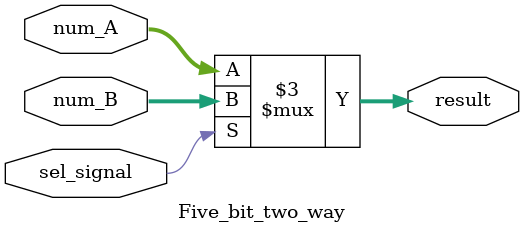
<source format=v>
module Five_bit_two_way(num_A,num_B,sel_signal,result);
  input [4:0]num_A;
  input [4:0]num_B;
  input sel_signal;
  
  output reg [4:0]result;
  
  always@(*)
  if(sel_signal)
    result=num_B;
  else
    result=num_A;
    
endmodule
</source>
